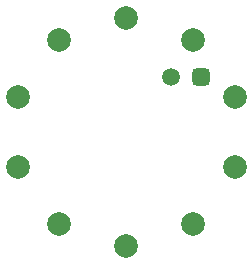
<source format=gtl>
G04 Layer_Physical_Order=1*
G04 Layer_Color=255*
%FSLAX25Y25*%
%MOIN*%
G70*
G01*
G75*
%ADD10C,0.07874*%
G04:AMPARAMS|DCode=11|XSize=59.06mil|YSize=59.06mil|CornerRadius=14.76mil|HoleSize=0mil|Usage=FLASHONLY|Rotation=180.000|XOffset=0mil|YOffset=0mil|HoleType=Round|Shape=RoundedRectangle|*
%AMROUNDEDRECTD11*
21,1,0.05906,0.02953,0,0,180.0*
21,1,0.02953,0.05906,0,0,180.0*
1,1,0.02953,-0.01476,0.01476*
1,1,0.02953,0.01476,0.01476*
1,1,0.02953,0.01476,-0.01476*
1,1,0.02953,-0.01476,-0.01476*
%
%ADD11ROUNDEDRECTD11*%
%ADD12C,0.05906*%
D10*
X-22434Y30644D02*
D03*
X-36239Y11644D02*
D03*
Y-11841D02*
D03*
X-22434Y-30841D02*
D03*
X-98Y-38098D02*
D03*
X22237Y-30841D02*
D03*
X36042Y-11841D02*
D03*
Y11644D02*
D03*
X22237Y30644D02*
D03*
X-98Y37902D02*
D03*
D11*
X24902Y18209D02*
D03*
D12*
X14902D02*
D03*
M02*

</source>
